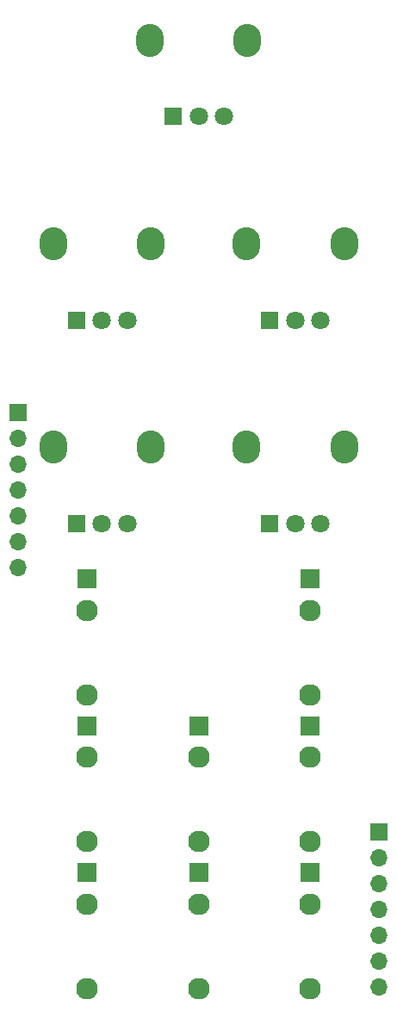
<source format=gbr>
%TF.GenerationSoftware,KiCad,Pcbnew,7.0.10*%
%TF.CreationDate,2024-02-20T22:03:04-06:00*%
%TF.ProjectId,3340_VCO,33333430-5f56-4434-9f2e-6b696361645f,rev?*%
%TF.SameCoordinates,Original*%
%TF.FileFunction,Soldermask,Top*%
%TF.FilePolarity,Negative*%
%FSLAX46Y46*%
G04 Gerber Fmt 4.6, Leading zero omitted, Abs format (unit mm)*
G04 Created by KiCad (PCBNEW 7.0.10) date 2024-02-20 22:03:04*
%MOMM*%
%LPD*%
G01*
G04 APERTURE LIST*
%ADD10R,1.930000X1.830000*%
%ADD11C,2.130000*%
%ADD12O,2.720000X3.240000*%
%ADD13R,1.800000X1.800000*%
%ADD14C,1.800000*%
%ADD15R,1.700000X1.700000*%
%ADD16O,1.700000X1.700000*%
G04 APERTURE END LIST*
D10*
%TO.C,J6*%
X167700000Y-104270000D03*
D11*
X167700000Y-115670000D03*
X167700000Y-107370000D03*
%TD*%
D10*
%TO.C,J4*%
X178650000Y-118720000D03*
D11*
X178650000Y-130120000D03*
X178650000Y-121820000D03*
%TD*%
D12*
%TO.C,RV6*%
X164350000Y-91325000D03*
X173950000Y-91325000D03*
D13*
X166650000Y-98825000D03*
D14*
X169150000Y-98825000D03*
X171650000Y-98825000D03*
%TD*%
D10*
%TO.C,J1*%
X189600000Y-104270000D03*
D11*
X189600000Y-115670000D03*
X189600000Y-107370000D03*
%TD*%
D10*
%TO.C,J2*%
X189600000Y-118720000D03*
D11*
X189600000Y-130120000D03*
X189600000Y-121820000D03*
%TD*%
D12*
%TO.C,RV4*%
X173850000Y-51325000D03*
X183450000Y-51325000D03*
D13*
X176150000Y-58825000D03*
D14*
X178650000Y-58825000D03*
X181150000Y-58825000D03*
%TD*%
D12*
%TO.C,RV5*%
X164350000Y-71325000D03*
X173950000Y-71325000D03*
D13*
X166650000Y-78825000D03*
D14*
X169150000Y-78825000D03*
X171650000Y-78825000D03*
%TD*%
D12*
%TO.C,RV3*%
X183350000Y-91325000D03*
X192950000Y-91325000D03*
D13*
X185650000Y-98825000D03*
D14*
X188150000Y-98825000D03*
X190650000Y-98825000D03*
%TD*%
D10*
%TO.C,J3*%
X167700000Y-133170000D03*
D11*
X167700000Y-144570000D03*
X167700000Y-136270000D03*
%TD*%
D10*
%TO.C,J9*%
X189600000Y-133170000D03*
D11*
X189600000Y-144570000D03*
X189600000Y-136270000D03*
%TD*%
D10*
%TO.C,J5*%
X178650000Y-133170000D03*
D11*
X178650000Y-144570000D03*
X178650000Y-136270000D03*
%TD*%
D10*
%TO.C,J8*%
X167700000Y-118720000D03*
D11*
X167700000Y-130120000D03*
X167700000Y-121820000D03*
%TD*%
D12*
%TO.C,RV2*%
X183350000Y-71325000D03*
X192950000Y-71325000D03*
D13*
X185650000Y-78825000D03*
D14*
X188150000Y-78825000D03*
X190650000Y-78825000D03*
%TD*%
D15*
%TO.C,J13*%
X196350000Y-129150000D03*
D16*
X196350000Y-131690000D03*
X196350000Y-134230000D03*
X196350000Y-136770000D03*
X196350000Y-139310000D03*
X196350000Y-141850000D03*
X196350000Y-144390000D03*
%TD*%
D15*
%TO.C,J10*%
X160900000Y-87950000D03*
D16*
X160900000Y-90490000D03*
X160900000Y-93030000D03*
X160900000Y-95570000D03*
X160900000Y-98110000D03*
X160900000Y-100650000D03*
X160900000Y-103190000D03*
%TD*%
M02*

</source>
